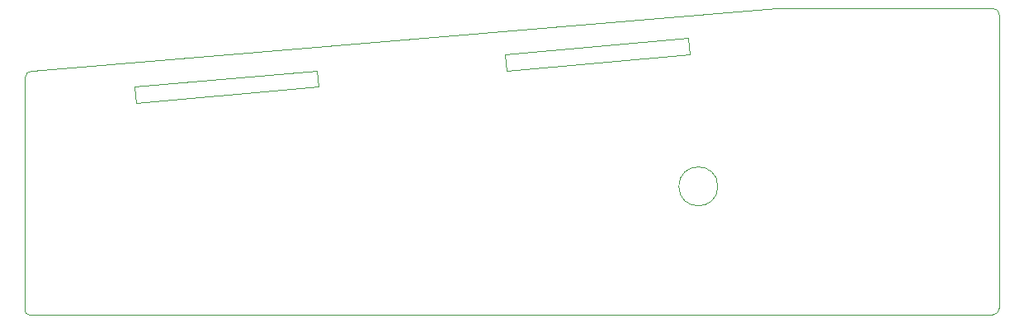
<source format=gbr>
%TF.GenerationSoftware,KiCad,Pcbnew,7.0.10*%
%TF.CreationDate,2024-04-29T09:43:38+01:00*%
%TF.ProjectId,left,6c656674-2e6b-4696-9361-645f70636258,rev?*%
%TF.SameCoordinates,Original*%
%TF.FileFunction,Profile,NP*%
%FSLAX46Y46*%
G04 Gerber Fmt 4.6, Leading zero omitted, Abs format (unit mm)*
G04 Created by KiCad (PCBNEW 7.0.10) date 2024-04-29 09:43:38*
%MOMM*%
%LPD*%
G01*
G04 APERTURE LIST*
%TA.AperFunction,Profile*%
%ADD10C,0.100000*%
%TD*%
G04 APERTURE END LIST*
D10*
X77000000Y-78050000D02*
G75*
G03*
X77450000Y-78500000I450000J0D01*
G01*
X77450000Y-78500000D02*
X176300000Y-78500000D01*
X177000000Y-47700000D02*
G75*
G03*
X176300000Y-47000000I-700000J0D01*
G01*
X77000000Y-78050000D02*
X77000000Y-54150000D01*
X176300000Y-78500000D02*
G75*
G03*
X177000000Y-77800000I0J700000D01*
G01*
X177000000Y-77800000D02*
X177000000Y-47700000D01*
X176300000Y-47000000D02*
X154150000Y-47000000D01*
X148100000Y-65300000D02*
G75*
G03*
X144100000Y-65300000I-2000000J0D01*
G01*
X144100000Y-65300000D02*
G75*
G03*
X148100000Y-65300000I2000000J0D01*
G01*
X77744975Y-53449957D02*
G75*
G03*
X77000001Y-54150000I25J-746443D01*
G01*
X145250000Y-51750000D02*
X126450000Y-53400000D01*
X126300000Y-51700000D01*
X145100000Y-50050000D01*
X145250000Y-51750000D01*
X77744975Y-53450000D02*
X154150000Y-47000000D01*
X107150000Y-55050000D02*
X88400000Y-56700000D01*
X88250000Y-55050000D01*
X107000000Y-53400000D01*
X107150000Y-55050000D01*
M02*

</source>
